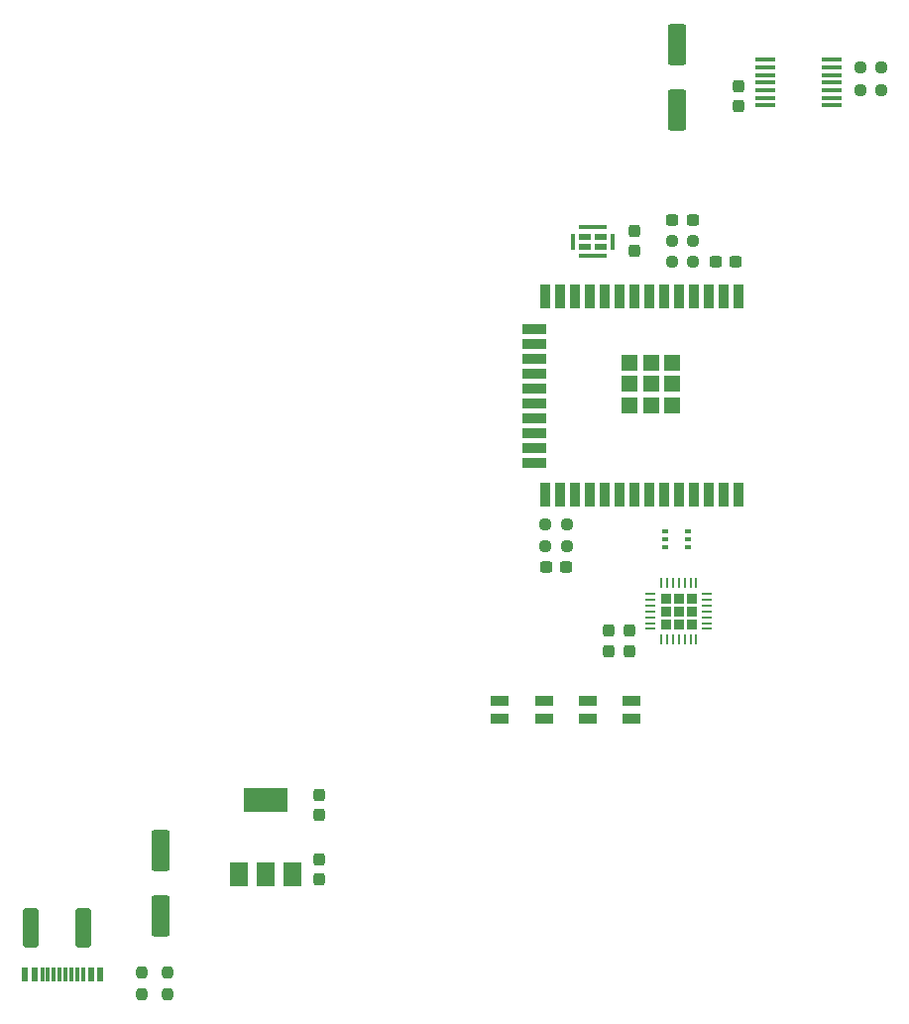
<source format=gbr>
%TF.GenerationSoftware,KiCad,Pcbnew,(6.0.4-0)*%
%TF.CreationDate,2022-05-04T17:09:46+02:00*%
%TF.ProjectId,GlowTube,476c6f77-5475-4626-952e-6b696361645f,rev?*%
%TF.SameCoordinates,Original*%
%TF.FileFunction,Paste,Top*%
%TF.FilePolarity,Positive*%
%FSLAX46Y46*%
G04 Gerber Fmt 4.6, Leading zero omitted, Abs format (unit mm)*
G04 Created by KiCad (PCBNEW (6.0.4-0)) date 2022-05-04 17:09:46*
%MOMM*%
%LPD*%
G01*
G04 APERTURE LIST*
G04 Aperture macros list*
%AMRoundRect*
0 Rectangle with rounded corners*
0 $1 Rounding radius*
0 $2 $3 $4 $5 $6 $7 $8 $9 X,Y pos of 4 corners*
0 Add a 4 corners polygon primitive as box body*
4,1,4,$2,$3,$4,$5,$6,$7,$8,$9,$2,$3,0*
0 Add four circle primitives for the rounded corners*
1,1,$1+$1,$2,$3*
1,1,$1+$1,$4,$5*
1,1,$1+$1,$6,$7*
1,1,$1+$1,$8,$9*
0 Add four rect primitives between the rounded corners*
20,1,$1+$1,$2,$3,$4,$5,0*
20,1,$1+$1,$4,$5,$6,$7,0*
20,1,$1+$1,$6,$7,$8,$9,0*
20,1,$1+$1,$8,$9,$2,$3,0*%
G04 Aperture macros list end*
%ADD10RoundRect,0.237500X-0.237500X0.250000X-0.237500X-0.250000X0.237500X-0.250000X0.237500X0.250000X0*%
%ADD11R,0.900000X0.900000*%
%ADD12R,0.900000X0.250000*%
%ADD13R,0.250000X0.900000*%
%ADD14RoundRect,0.237500X-0.300000X-0.237500X0.300000X-0.237500X0.300000X0.237500X-0.300000X0.237500X0*%
%ADD15R,1.676400X0.355600*%
%ADD16RoundRect,0.237500X-0.237500X0.300000X-0.237500X-0.300000X0.237500X-0.300000X0.237500X0.300000X0*%
%ADD17RoundRect,0.237500X0.250000X0.237500X-0.250000X0.237500X-0.250000X-0.237500X0.250000X-0.237500X0*%
%ADD18R,0.600000X0.419990*%
%ADD19RoundRect,0.237500X-0.250000X-0.237500X0.250000X-0.237500X0.250000X0.237500X-0.250000X0.237500X0*%
%ADD20RoundRect,0.250000X-0.550000X1.500000X-0.550000X-1.500000X0.550000X-1.500000X0.550000X1.500000X0*%
%ADD21RoundRect,0.237500X0.237500X-0.300000X0.237500X0.300000X-0.237500X0.300000X-0.237500X-0.300000X0*%
%ADD22R,0.900000X2.000000*%
%ADD23R,2.000000X0.900000*%
%ADD24R,1.330000X1.330000*%
%ADD25RoundRect,0.250000X-0.400000X-1.450000X0.400000X-1.450000X0.400000X1.450000X-0.400000X1.450000X0*%
%ADD26R,1.050013X0.550013*%
%ADD27R,0.450013X1.400000*%
%ADD28R,2.400000X0.450013*%
%ADD29R,0.600000X1.300000*%
%ADD30R,0.300000X1.300000*%
%ADD31R,1.500000X2.000000*%
%ADD32R,3.800000X2.000000*%
%ADD33RoundRect,0.237500X0.300000X0.237500X-0.300000X0.237500X-0.300000X-0.237500X0.300000X-0.237500X0*%
%ADD34R,1.500000X0.900000*%
%ADD35RoundRect,0.250000X0.550000X-1.500000X0.550000X1.500000X-0.550000X1.500000X-0.550000X-1.500000X0*%
G04 APERTURE END LIST*
D10*
%TO.C,R2*%
X100890000Y-168337500D03*
X100890000Y-170162500D03*
%TD*%
D11*
%TO.C,U3*%
X143434345Y-138589244D03*
X144534345Y-138589244D03*
X144534345Y-137489244D03*
X145634345Y-138589244D03*
X143434345Y-136389244D03*
X145634345Y-137489244D03*
X144534345Y-136389244D03*
X143434345Y-137489244D03*
X145634345Y-136389244D03*
D12*
X142134332Y-135989245D03*
X142134332Y-136489245D03*
X142134332Y-136989245D03*
X142134332Y-137489245D03*
X142134332Y-137989244D03*
X142134332Y-138489244D03*
X142134332Y-138989244D03*
D13*
X143034346Y-139889258D03*
X143534346Y-139889258D03*
X144034346Y-139889258D03*
X144534346Y-139889258D03*
X145034345Y-139889258D03*
X145534345Y-139889258D03*
X146034345Y-139889258D03*
D12*
X146934359Y-138989244D03*
X146934359Y-138489244D03*
X146934359Y-137989244D03*
X146934359Y-137489245D03*
X146934359Y-136989245D03*
X146934359Y-136489245D03*
X146934359Y-135989245D03*
D13*
X146034345Y-135089231D03*
X145534345Y-135089231D03*
X145034345Y-135089231D03*
X144534346Y-135089231D03*
X144034346Y-135089231D03*
X143534346Y-135089231D03*
X143034346Y-135089231D03*
%TD*%
D14*
%TO.C,C11*%
X133212350Y-133742100D03*
X134937350Y-133742100D03*
%TD*%
D15*
%TO.C,U1*%
X157589400Y-94280001D03*
X157589400Y-93630000D03*
X157589400Y-92979999D03*
X157589400Y-92330000D03*
X157589400Y-91680001D03*
X157589400Y-91030000D03*
X157589400Y-90380001D03*
X151950600Y-90379999D03*
X151950600Y-91030000D03*
X151950600Y-91679999D03*
X151950600Y-92330000D03*
X151950600Y-92979999D03*
X151950600Y-93630000D03*
X151950600Y-94279999D03*
%TD*%
D16*
%TO.C,C6*%
X138570858Y-139147500D03*
X138570858Y-140872500D03*
%TD*%
D17*
%TO.C,R4*%
X145757350Y-105842100D03*
X143932350Y-105842100D03*
%TD*%
D14*
%TO.C,C10*%
X143982350Y-104032100D03*
X145707350Y-104032100D03*
%TD*%
D18*
%TO.C,U5*%
X145289962Y-131989987D03*
X145289962Y-131340000D03*
X145289962Y-130690013D03*
X143390038Y-130690013D03*
X143390038Y-131340000D03*
X143390038Y-131989987D03*
%TD*%
D19*
%TO.C,R7*%
X133162350Y-130102100D03*
X134987350Y-130102100D03*
%TD*%
D20*
%TO.C,C4*%
X144430000Y-89070000D03*
X144430000Y-94670000D03*
%TD*%
D21*
%TO.C,C5*%
X140340858Y-140872500D03*
X140340858Y-139147500D03*
%TD*%
D22*
%TO.C,U2*%
X149670000Y-110560000D03*
X148400000Y-110560000D03*
X147130000Y-110560000D03*
X145860000Y-110560000D03*
X144590000Y-110560000D03*
X143320000Y-110560000D03*
X142050000Y-110560000D03*
X140780000Y-110560000D03*
X139510000Y-110560000D03*
X138240000Y-110560000D03*
X136970000Y-110560000D03*
X135700000Y-110560000D03*
X134430000Y-110560000D03*
X133160000Y-110560000D03*
D23*
X132160000Y-113345000D03*
X132160000Y-114615000D03*
X132160000Y-115885000D03*
X132160000Y-117155000D03*
X132160000Y-118425000D03*
X132160000Y-119695000D03*
X132160000Y-120965000D03*
X132160000Y-122235000D03*
X132160000Y-123505000D03*
X132160000Y-124775000D03*
D22*
X133160000Y-127560000D03*
X134430000Y-127560000D03*
X135700000Y-127560000D03*
X136970000Y-127560000D03*
X138240000Y-127560000D03*
X139510000Y-127560000D03*
X140780000Y-127560000D03*
X142050000Y-127560000D03*
X143320000Y-127560000D03*
X144590000Y-127560000D03*
X145860000Y-127560000D03*
X147130000Y-127560000D03*
X148400000Y-127560000D03*
X149670000Y-127560000D03*
D24*
X144005000Y-116225000D03*
X144005000Y-118060000D03*
X144005000Y-119895000D03*
X142170000Y-116225000D03*
X142170000Y-118060000D03*
X142170000Y-119895000D03*
X140335000Y-116225000D03*
X140335000Y-118060000D03*
X140335000Y-119895000D03*
%TD*%
D21*
%TO.C,C9*%
X140790000Y-106715000D03*
X140790000Y-104990000D03*
%TD*%
D10*
%TO.C,R3*%
X98710000Y-168337500D03*
X98710000Y-170162500D03*
%TD*%
D25*
%TO.C,F1*%
X89205000Y-164480000D03*
X93655000Y-164480000D03*
%TD*%
D19*
%TO.C,R6*%
X143932350Y-107662100D03*
X145757350Y-107662100D03*
%TD*%
D26*
%TO.C,U6*%
X137875083Y-105475545D03*
X136524816Y-105475545D03*
X136524816Y-106325431D03*
X137875083Y-106325431D03*
D27*
X138924867Y-105900488D03*
D28*
X137199949Y-104675443D03*
D27*
X135475032Y-105900488D03*
D28*
X137199949Y-107125532D03*
%TD*%
D29*
%TO.C,USB1*%
X88710000Y-168500000D03*
X89510000Y-168500000D03*
D30*
X90660000Y-168500000D03*
X91660000Y-168500000D03*
X92160000Y-168500000D03*
X93160000Y-168500000D03*
D29*
X95110000Y-168500000D03*
X94310000Y-168500000D03*
D30*
X93660000Y-168500000D03*
X92660000Y-168500000D03*
X91160000Y-168500000D03*
X90160000Y-168500000D03*
%TD*%
D31*
%TO.C,U4*%
X106970000Y-159920000D03*
X109270000Y-159920000D03*
X111570000Y-159920000D03*
D32*
X109270000Y-153620000D03*
%TD*%
D16*
%TO.C,C7*%
X113830000Y-158657500D03*
X113830000Y-160382500D03*
%TD*%
D17*
%TO.C,R5*%
X134987350Y-131922100D03*
X133162350Y-131922100D03*
%TD*%
D33*
%TO.C,C1*%
X149417350Y-107662100D03*
X147692350Y-107662100D03*
%TD*%
D34*
%TO.C,SW1*%
X140530000Y-145150000D03*
X136730000Y-145150000D03*
X136730000Y-146650000D03*
X140530000Y-146650000D03*
%TD*%
%TO.C,SW2*%
X129250000Y-145150000D03*
X133050000Y-145150000D03*
X129250000Y-146650000D03*
X133050000Y-146650000D03*
%TD*%
D19*
%TO.C,R1*%
X160017500Y-93010000D03*
X161842500Y-93010000D03*
%TD*%
D21*
%TO.C,C8*%
X113830000Y-154882500D03*
X113830000Y-153157500D03*
%TD*%
%TO.C,C2*%
X149600000Y-94349200D03*
X149600000Y-92624200D03*
%TD*%
D19*
%TO.C,R8*%
X160017500Y-91010000D03*
X161842500Y-91010000D03*
%TD*%
D35*
%TO.C,C3*%
X100260000Y-163500000D03*
X100260000Y-157900000D03*
%TD*%
M02*

</source>
